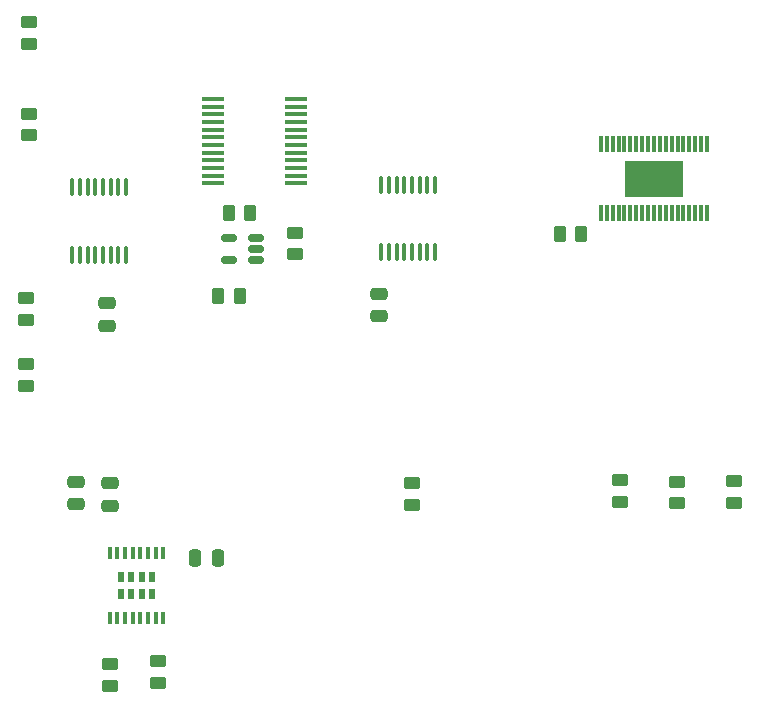
<source format=gbr>
%TF.GenerationSoftware,KiCad,Pcbnew,9.0.5*%
%TF.CreationDate,2025-11-07T06:39:14-08:00*%
%TF.ProjectId,SoftKeyboardController,536f6674-4b65-4796-926f-617264436f6e,v1.5*%
%TF.SameCoordinates,Original*%
%TF.FileFunction,Paste,Top*%
%TF.FilePolarity,Positive*%
%FSLAX46Y46*%
G04 Gerber Fmt 4.6, Leading zero omitted, Abs format (unit mm)*
G04 Created by KiCad (PCBNEW 9.0.5) date 2025-11-07 06:39:14*
%MOMM*%
%LPD*%
G01*
G04 APERTURE LIST*
G04 Aperture macros list*
%AMRoundRect*
0 Rectangle with rounded corners*
0 $1 Rounding radius*
0 $2 $3 $4 $5 $6 $7 $8 $9 X,Y pos of 4 corners*
0 Add a 4 corners polygon primitive as box body*
4,1,4,$2,$3,$4,$5,$6,$7,$8,$9,$2,$3,0*
0 Add four circle primitives for the rounded corners*
1,1,$1+$1,$2,$3*
1,1,$1+$1,$4,$5*
1,1,$1+$1,$6,$7*
1,1,$1+$1,$8,$9*
0 Add four rect primitives between the rounded corners*
20,1,$1+$1,$2,$3,$4,$5,0*
20,1,$1+$1,$4,$5,$6,$7,0*
20,1,$1+$1,$6,$7,$8,$9,0*
20,1,$1+$1,$8,$9,$2,$3,0*%
G04 Aperture macros list end*
%ADD10RoundRect,0.250000X-0.450000X0.262500X-0.450000X-0.262500X0.450000X-0.262500X0.450000X0.262500X0*%
%ADD11RoundRect,0.250000X0.450000X-0.262500X0.450000X0.262500X-0.450000X0.262500X-0.450000X-0.262500X0*%
%ADD12RoundRect,0.250000X0.262500X0.450000X-0.262500X0.450000X-0.262500X-0.450000X0.262500X-0.450000X0*%
%ADD13R,0.300000X1.450000*%
%ADD14R,4.900000X3.100000*%
%ADD15RoundRect,0.250000X-0.475000X0.250000X-0.475000X-0.250000X0.475000X-0.250000X0.475000X0.250000X0*%
%ADD16RoundRect,0.100000X0.100000X-0.637500X0.100000X0.637500X-0.100000X0.637500X-0.100000X-0.637500X0*%
%ADD17RoundRect,0.250000X-0.262500X-0.450000X0.262500X-0.450000X0.262500X0.450000X-0.262500X0.450000X0*%
%ADD18RoundRect,0.250000X0.250000X0.475000X-0.250000X0.475000X-0.250000X-0.475000X0.250000X-0.475000X0*%
%ADD19RoundRect,0.150000X0.512500X0.150000X-0.512500X0.150000X-0.512500X-0.150000X0.512500X-0.150000X0*%
%ADD20R,0.450000X1.050000*%
%ADD21R,0.537000X0.882000*%
%ADD22RoundRect,0.100000X0.850000X0.100000X-0.850000X0.100000X-0.850000X-0.100000X0.850000X-0.100000X0*%
G04 APERTURE END LIST*
D10*
%TO.C,R6*%
X216154000Y-92231500D03*
X216154000Y-94056500D03*
%TD*%
D11*
%TO.C,R3*%
X172974000Y-109677500D03*
X172974000Y-107852500D03*
%TD*%
D12*
%TO.C,R14*%
X184808500Y-69649000D03*
X182983500Y-69649000D03*
%TD*%
D13*
%TO.C,IC1*%
X214494200Y-69654400D03*
X214994200Y-69654400D03*
X215494200Y-69654400D03*
X215994200Y-69654400D03*
X216494200Y-69654400D03*
X216994200Y-69654400D03*
X217494200Y-69654400D03*
X217994200Y-69654400D03*
X218494200Y-69654400D03*
X218994200Y-69654400D03*
X219494200Y-69654400D03*
X219994200Y-69654400D03*
X220494200Y-69654400D03*
X220994200Y-69654400D03*
X221494200Y-69654400D03*
X221994200Y-69654400D03*
X222494200Y-69654400D03*
X222994200Y-69654400D03*
X223494200Y-69654400D03*
X223494200Y-63804400D03*
X222994200Y-63804400D03*
X222494200Y-63804400D03*
X221994200Y-63804400D03*
X221494200Y-63804400D03*
X220994200Y-63804400D03*
X220494200Y-63804400D03*
X219994200Y-63804400D03*
X219494200Y-63804400D03*
X218994200Y-63804400D03*
X218494200Y-63804400D03*
X217994200Y-63804400D03*
X217494200Y-63804400D03*
X216994200Y-63804400D03*
X216494200Y-63804400D03*
X215994200Y-63804400D03*
X215494200Y-63804400D03*
X214994200Y-63804400D03*
X214494200Y-63804400D03*
D14*
X218994200Y-66729400D03*
%TD*%
D15*
%TO.C,C5*%
X195707000Y-76446000D03*
X195707000Y-78346000D03*
%TD*%
D16*
%TO.C,U3*%
X169739000Y-73157500D03*
X170389000Y-73157500D03*
X171039000Y-73157500D03*
X171689000Y-73157500D03*
X172339000Y-73157500D03*
X172989000Y-73157500D03*
X173639000Y-73157500D03*
X174289000Y-73157500D03*
X174289000Y-67432500D03*
X173639000Y-67432500D03*
X172989000Y-67432500D03*
X172339000Y-67432500D03*
X171689000Y-67432500D03*
X171039000Y-67432500D03*
X170389000Y-67432500D03*
X169739000Y-67432500D03*
%TD*%
D17*
%TO.C,R7*%
X211027000Y-71427000D03*
X212852000Y-71427000D03*
%TD*%
D10*
%TO.C,R1*%
X198501000Y-92485500D03*
X198501000Y-94310500D03*
%TD*%
D11*
%TO.C,R4*%
X177038000Y-109423500D03*
X177038000Y-107598500D03*
%TD*%
%TO.C,R10*%
X165862000Y-78689500D03*
X165862000Y-76864500D03*
%TD*%
%TO.C,R9*%
X166116000Y-55321500D03*
X166116000Y-53496500D03*
%TD*%
D10*
%TO.C,R5*%
X220980000Y-92382000D03*
X220980000Y-94207000D03*
%TD*%
D17*
%TO.C,R13*%
X182094500Y-76634000D03*
X183919500Y-76634000D03*
%TD*%
D18*
%TO.C,C6*%
X182052000Y-98859000D03*
X180152000Y-98859000D03*
%TD*%
D11*
%TO.C,R12*%
X188600200Y-73110600D03*
X188600200Y-71285600D03*
%TD*%
D15*
%TO.C,C3*%
X170058100Y-92376800D03*
X170058100Y-94276800D03*
%TD*%
D16*
%TO.C,U2*%
X195901400Y-72939300D03*
X196551400Y-72939300D03*
X197201400Y-72939300D03*
X197851400Y-72939300D03*
X198501400Y-72939300D03*
X199151400Y-72939300D03*
X199801400Y-72939300D03*
X200451400Y-72939300D03*
X200451400Y-67214300D03*
X199801400Y-67214300D03*
X199151400Y-67214300D03*
X198501400Y-67214300D03*
X197851400Y-67214300D03*
X197201400Y-67214300D03*
X196551400Y-67214300D03*
X195901400Y-67214300D03*
%TD*%
D15*
%TO.C,C4*%
X172649000Y-77280000D03*
X172649000Y-79180000D03*
%TD*%
%TO.C,C2*%
X172979100Y-92514000D03*
X172979100Y-94414000D03*
%TD*%
D10*
%TO.C,R2*%
X225806000Y-92335000D03*
X225806000Y-94160000D03*
%TD*%
D11*
%TO.C,R8*%
X166116000Y-63045000D03*
X166116000Y-61220000D03*
%TD*%
D19*
%TO.C,U4*%
X185287500Y-73647000D03*
X185287500Y-72697000D03*
X185287500Y-71747000D03*
X183012500Y-71747000D03*
X183012500Y-73647000D03*
%TD*%
D11*
%TO.C,R11*%
X165862000Y-84277500D03*
X165862000Y-82452500D03*
%TD*%
D20*
%TO.C,U6*%
X172912500Y-103947000D03*
X173562500Y-103947000D03*
X174212500Y-103947000D03*
X174862500Y-103947000D03*
X175512500Y-103947000D03*
X176162500Y-103947000D03*
X176812500Y-103947000D03*
X177462500Y-103947000D03*
X177462500Y-98397000D03*
X176812500Y-98397000D03*
X176162500Y-98397000D03*
X175512500Y-98397000D03*
X174862500Y-98397000D03*
X174212500Y-98397000D03*
X173562500Y-98397000D03*
X172912500Y-98397000D03*
D21*
X173845000Y-101907000D03*
X174740000Y-101907000D03*
X175635000Y-101907000D03*
X176530000Y-101907000D03*
X173845000Y-100437000D03*
X174740000Y-100437000D03*
X175635000Y-100437000D03*
X176530000Y-100437000D03*
%TD*%
D22*
%TO.C,U5*%
X188666000Y-67128000D03*
X188666000Y-66478000D03*
X188666000Y-65828000D03*
X188666000Y-65178000D03*
X188666000Y-64528000D03*
X188666000Y-63878000D03*
X188666000Y-63228000D03*
X188666000Y-62578000D03*
X188666000Y-61928000D03*
X188666000Y-61278000D03*
X188666000Y-60628000D03*
X188666000Y-59978000D03*
X181666000Y-59978000D03*
X181666000Y-60628000D03*
X181666000Y-61278000D03*
X181666000Y-61928000D03*
X181666000Y-62578000D03*
X181666000Y-63228000D03*
X181666000Y-63878000D03*
X181666000Y-64528000D03*
X181666000Y-65178000D03*
X181666000Y-65828000D03*
X181666000Y-66478000D03*
X181666000Y-67128000D03*
%TD*%
M02*

</source>
